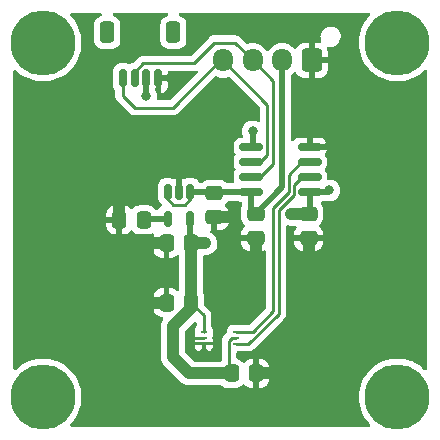
<source format=gtl>
%TF.GenerationSoftware,KiCad,Pcbnew,7.0.1-0*%
%TF.CreationDate,2023-04-01T23:00:14-04:00*%
%TF.ProjectId,Turbidometer,54757262-6964-46f6-9d65-7465722e6b69,rev?*%
%TF.SameCoordinates,Original*%
%TF.FileFunction,Copper,L1,Top*%
%TF.FilePolarity,Positive*%
%FSLAX46Y46*%
G04 Gerber Fmt 4.6, Leading zero omitted, Abs format (unit mm)*
G04 Created by KiCad (PCBNEW 7.0.1-0) date 2023-04-01 23:00:14*
%MOMM*%
%LPD*%
G01*
G04 APERTURE LIST*
G04 Aperture macros list*
%AMRoundRect*
0 Rectangle with rounded corners*
0 $1 Rounding radius*
0 $2 $3 $4 $5 $6 $7 $8 $9 X,Y pos of 4 corners*
0 Add a 4 corners polygon primitive as box body*
4,1,4,$2,$3,$4,$5,$6,$7,$8,$9,$2,$3,0*
0 Add four circle primitives for the rounded corners*
1,1,$1+$1,$2,$3*
1,1,$1+$1,$4,$5*
1,1,$1+$1,$6,$7*
1,1,$1+$1,$8,$9*
0 Add four rect primitives between the rounded corners*
20,1,$1+$1,$2,$3,$4,$5,0*
20,1,$1+$1,$4,$5,$6,$7,0*
20,1,$1+$1,$6,$7,$8,$9,0*
20,1,$1+$1,$8,$9,$2,$3,0*%
G04 Aperture macros list end*
%TA.AperFunction,SMDPad,CuDef*%
%ADD10RoundRect,0.150000X0.150000X0.625000X-0.150000X0.625000X-0.150000X-0.625000X0.150000X-0.625000X0*%
%TD*%
%TA.AperFunction,SMDPad,CuDef*%
%ADD11RoundRect,0.250000X0.350000X0.650000X-0.350000X0.650000X-0.350000X-0.650000X0.350000X-0.650000X0*%
%TD*%
%TA.AperFunction,ComponentPad*%
%ADD12C,5.500000*%
%TD*%
%TA.AperFunction,SMDPad,CuDef*%
%ADD13RoundRect,0.150000X0.825000X0.150000X-0.825000X0.150000X-0.825000X-0.150000X0.825000X-0.150000X0*%
%TD*%
%TA.AperFunction,SMDPad,CuDef*%
%ADD14RoundRect,0.250000X0.337500X0.475000X-0.337500X0.475000X-0.337500X-0.475000X0.337500X-0.475000X0*%
%TD*%
%TA.AperFunction,SMDPad,CuDef*%
%ADD15R,0.550000X0.250000*%
%TD*%
%TA.AperFunction,SMDPad,CuDef*%
%ADD16RoundRect,0.250000X-0.475000X0.337500X-0.475000X-0.337500X0.475000X-0.337500X0.475000X0.337500X0*%
%TD*%
%TA.AperFunction,SMDPad,CuDef*%
%ADD17RoundRect,0.250000X-0.337500X-0.475000X0.337500X-0.475000X0.337500X0.475000X-0.337500X0.475000X0*%
%TD*%
%TA.AperFunction,SMDPad,CuDef*%
%ADD18RoundRect,0.150000X-0.150000X0.512500X-0.150000X-0.512500X0.150000X-0.512500X0.150000X0.512500X0*%
%TD*%
%TA.AperFunction,ComponentPad*%
%ADD19RoundRect,0.250000X0.600000X0.725000X-0.600000X0.725000X-0.600000X-0.725000X0.600000X-0.725000X0*%
%TD*%
%TA.AperFunction,ComponentPad*%
%ADD20O,1.700000X1.950000*%
%TD*%
%TA.AperFunction,ViaPad*%
%ADD21C,0.800000*%
%TD*%
%TA.AperFunction,Conductor*%
%ADD22C,0.500000*%
%TD*%
%TA.AperFunction,Conductor*%
%ADD23C,0.250000*%
%TD*%
%TA.AperFunction,Conductor*%
%ADD24C,1.000000*%
%TD*%
G04 APERTURE END LIST*
D10*
%TO.P,J1,1,Pin_1*%
%TO.N,GND*%
X99750000Y-50500000D03*
%TO.P,J1,2,Pin_2*%
%TO.N,+3V3*%
X98750000Y-50500000D03*
%TO.P,J1,3,Pin_3*%
%TO.N,SDA-VCC*%
X97750000Y-50500000D03*
%TO.P,J1,4,Pin_4*%
%TO.N,SCL-VCC*%
X96750000Y-50500000D03*
D11*
%TO.P,J1,MP*%
%TO.N,N/C*%
X101050000Y-46625000D03*
X95450000Y-46625000D03*
%TD*%
D12*
%TO.P,H2,1*%
%TO.N,N/C*%
X120000000Y-47500000D03*
%TD*%
D13*
%TO.P,IC2,1,VL*%
%TO.N,+3V0*%
X112575000Y-60155000D03*
%TO.P,IC2,2,I/O_VL1*%
%TO.N,SDA*%
X112575000Y-58885000D03*
%TO.P,IC2,3,I/O_VL2*%
%TO.N,SCL*%
X112575000Y-57615000D03*
%TO.P,IC2,4,GND*%
%TO.N,GND*%
X112575000Y-56345000D03*
%TO.P,IC2,5,EN*%
%TO.N,+3V0*%
X107625000Y-56345000D03*
%TO.P,IC2,6,I/O_VCC2*%
%TO.N,SCL-VCC*%
X107625000Y-57615000D03*
%TO.P,IC2,7,I/O_VCC1*%
%TO.N,SDA-VCC*%
X107625000Y-58885000D03*
%TO.P,IC2,8,VCC*%
%TO.N,+3V3*%
X107625000Y-60155000D03*
%TD*%
D14*
%TO.P,C2,1*%
%TO.N,+3V0*%
X102537500Y-64500000D03*
%TO.P,C2,2*%
%TO.N,GND*%
X100462500Y-64500000D03*
%TD*%
D15*
%TO.P,IC1,1,VCC*%
%TO.N,+3V0*%
X103625000Y-72000000D03*
%TO.P,IC1,2,INT*%
%TO.N,GND*%
X103625000Y-72500000D03*
%TO.P,IC1,3,GND_*%
X103625000Y-73000000D03*
%TO.P,IC1,4,SDA*%
%TO.N,SDA*%
X106375000Y-73000000D03*
%TO.P,IC1,5,DVI_*%
%TO.N,+3V0*%
X106375000Y-72500000D03*
%TO.P,IC1,6,SCL*%
%TO.N,SCL*%
X106375000Y-72000000D03*
%TD*%
D12*
%TO.P,H1,1*%
%TO.N,N/C*%
X90000000Y-47500000D03*
%TD*%
D16*
%TO.P,C5,1*%
%TO.N,+3V3*%
X108000000Y-61962500D03*
%TO.P,C5,2*%
%TO.N,GND*%
X108000000Y-64037500D03*
%TD*%
%TO.P,C4,1*%
%TO.N,+3V0*%
X112500000Y-61962500D03*
%TO.P,C4,2*%
%TO.N,GND*%
X112500000Y-64037500D03*
%TD*%
D17*
%TO.P,C6,1*%
%TO.N,+3V0*%
X105962500Y-75500000D03*
%TO.P,C6,2*%
%TO.N,GND*%
X108037500Y-75500000D03*
%TD*%
D12*
%TO.P,H4,1*%
%TO.N,N/C*%
X120000000Y-77500000D03*
%TD*%
D14*
%TO.P,C7,1*%
%TO.N,+3V0*%
X102537500Y-69500000D03*
%TO.P,C7,2*%
%TO.N,GND*%
X100462500Y-69500000D03*
%TD*%
D18*
%TO.P,U1,1,VIN*%
%TO.N,+3V3*%
X102450000Y-60112500D03*
%TO.P,U1,2,GND*%
%TO.N,GND*%
X101500000Y-60112500D03*
%TO.P,U1,3,ON/~{OFF}*%
%TO.N,+3V3*%
X100550000Y-60112500D03*
%TO.P,U1,4,BP*%
%TO.N,Net-(U1-BP)*%
X100550000Y-62387500D03*
%TO.P,U1,5,VOUT*%
%TO.N,+3V0*%
X102450000Y-62387500D03*
%TD*%
D16*
%TO.P,C1,1*%
%TO.N,+3V3*%
X104500000Y-60212500D03*
%TO.P,C1,2*%
%TO.N,GND*%
X104500000Y-62287500D03*
%TD*%
D12*
%TO.P,H3,1*%
%TO.N,N/C*%
X90000000Y-77500000D03*
%TD*%
D19*
%TO.P,J2,1,Pin_1*%
%TO.N,GND*%
X112750000Y-49000000D03*
D20*
%TO.P,J2,2,Pin_2*%
%TO.N,+3V3*%
X110250000Y-49000000D03*
%TO.P,J2,3,Pin_3*%
%TO.N,SDA-VCC*%
X107750000Y-49000000D03*
%TO.P,J2,4,Pin_4*%
%TO.N,SCL-VCC*%
X105250000Y-49000000D03*
%TD*%
D14*
%TO.P,C3,1*%
%TO.N,Net-(U1-BP)*%
X98537500Y-62500000D03*
%TO.P,C3,2*%
%TO.N,GND*%
X96462500Y-62500000D03*
%TD*%
D21*
%TO.N,+3V3*%
X98750000Y-52000000D03*
%TO.N,GND*%
X103600000Y-73800000D03*
X89000000Y-62500000D03*
X105000000Y-78500000D03*
X89000000Y-52500000D03*
X109500000Y-75500000D03*
X105787500Y-62287500D03*
X99000000Y-64500000D03*
X95000000Y-78500000D03*
X121000000Y-55000000D03*
X99000000Y-69500000D03*
X102500000Y-78500000D03*
X112500000Y-65250000D03*
X100750000Y-50500000D03*
X115000000Y-78500000D03*
X105000000Y-67500000D03*
X121000000Y-70000000D03*
X107500000Y-78500000D03*
X105000000Y-70000000D03*
X97500000Y-78500000D03*
X108000000Y-65599500D03*
X107500000Y-70000000D03*
X96500000Y-61000000D03*
X102000000Y-50500000D03*
X101500000Y-58750000D03*
X89000000Y-57500000D03*
X112500000Y-78500000D03*
X107500000Y-67500000D03*
X102500000Y-72500000D03*
X121000000Y-67500000D03*
X121000000Y-57500000D03*
X114250000Y-56250000D03*
X110000000Y-78500000D03*
X121000000Y-62500000D03*
X100000000Y-78500000D03*
X121000000Y-60000000D03*
X121000000Y-72500000D03*
X89000000Y-55000000D03*
X89000000Y-60000000D03*
X89000000Y-67500000D03*
X89000000Y-72500000D03*
X89000000Y-70000000D03*
X89000000Y-65000000D03*
X121000000Y-52500000D03*
X104997882Y-65599500D03*
X121000000Y-65000000D03*
%TO.N,+3V0*%
X103750000Y-64500000D03*
X107750000Y-55000000D03*
X111000000Y-62000000D03*
X114250000Y-60000000D03*
%TD*%
D22*
%TO.N,+3V3*%
X107625000Y-61587500D02*
X108000000Y-61962500D01*
X107028972Y-60112500D02*
X102450000Y-60112500D01*
D23*
X100550000Y-60750000D02*
X100550000Y-60112500D01*
D22*
X98750000Y-52000000D02*
X98750000Y-50500000D01*
D23*
X101000000Y-61200000D02*
X100550000Y-60750000D01*
X102000000Y-61200000D02*
X101000000Y-61200000D01*
X102450000Y-60750000D02*
X102000000Y-61200000D01*
D22*
X110250000Y-59712500D02*
X108000000Y-61962500D01*
X107625000Y-60155000D02*
X107625000Y-61587500D01*
X110250000Y-49000000D02*
X110250000Y-59712500D01*
D23*
X102450000Y-60112500D02*
X102450000Y-60750000D01*
%TO.N,GND*%
X103625000Y-73000000D02*
X103625000Y-73775000D01*
D24*
X105787500Y-62287500D02*
X104500000Y-62287500D01*
X100462500Y-64500000D02*
X99000000Y-64500000D01*
X96462500Y-61037500D02*
X96500000Y-61000000D01*
X108037500Y-75500000D02*
X109500000Y-75500000D01*
D23*
X103625000Y-72500000D02*
X102500000Y-72500000D01*
D22*
X101500000Y-60112500D02*
X101500000Y-58750000D01*
D24*
X112500000Y-65250000D02*
X112500000Y-64037500D01*
D22*
X114155000Y-56345000D02*
X114250000Y-56250000D01*
X99750000Y-50500000D02*
X100750000Y-50500000D01*
D24*
X108000000Y-65599500D02*
X108000000Y-64037500D01*
D22*
X112575000Y-56345000D02*
X114155000Y-56345000D01*
D24*
X100462500Y-69500000D02*
X99000000Y-69500000D01*
D23*
X103625000Y-73775000D02*
X103600000Y-73800000D01*
D24*
X96462500Y-62500000D02*
X96462500Y-61037500D01*
%TO.N,+3V0*%
X102537500Y-64500000D02*
X103750000Y-64500000D01*
X111000000Y-62000000D02*
X112462500Y-62000000D01*
D22*
X112575000Y-60155000D02*
X114095000Y-60155000D01*
D24*
X102372182Y-75500000D02*
X105962500Y-75500000D01*
D23*
X106000000Y-72500000D02*
X105750000Y-72750000D01*
D24*
X101000000Y-74127818D02*
X102372182Y-75500000D01*
D23*
X103625000Y-70587500D02*
X102537500Y-69500000D01*
D24*
X102537500Y-69962500D02*
X101000000Y-71500000D01*
X101000000Y-71500000D02*
X101000000Y-74127818D01*
D22*
X107750000Y-55000000D02*
X107750000Y-56220000D01*
D23*
X105750000Y-72750000D02*
X105750000Y-75287500D01*
D22*
X107750000Y-56220000D02*
X107625000Y-56345000D01*
D24*
X102537500Y-69500000D02*
X102537500Y-69962500D01*
D22*
X114095000Y-60155000D02*
X114250000Y-60000000D01*
D23*
X106375000Y-72500000D02*
X106000000Y-72500000D01*
D24*
X102537500Y-64500000D02*
X102537500Y-69500000D01*
D22*
X112575000Y-60155000D02*
X112575000Y-61887500D01*
X102450000Y-62387500D02*
X102450000Y-64412500D01*
D23*
X103625000Y-72000000D02*
X103625000Y-70587500D01*
D22*
%TO.N,Net-(U1-BP)*%
X100550000Y-62387500D02*
X98650000Y-62387500D01*
D23*
%TO.N,SDA*%
X109950000Y-70436396D02*
X109950000Y-61686396D01*
X107386396Y-73000000D02*
X109950000Y-70436396D01*
X109950000Y-61686396D02*
X111275000Y-60361396D01*
X111275000Y-60361396D02*
X111275000Y-59512500D01*
X106375000Y-73000000D02*
X107386396Y-73000000D01*
X111275000Y-59512500D02*
X111902500Y-58885000D01*
%TO.N,SCL*%
X110825000Y-60175000D02*
X110825000Y-58675000D01*
X109500000Y-70250000D02*
X109500000Y-61500000D01*
X106375000Y-72000000D02*
X107750000Y-72000000D01*
X110825000Y-58675000D02*
X111885000Y-57615000D01*
X107750000Y-72000000D02*
X109500000Y-70250000D01*
X109500000Y-61500000D02*
X110825000Y-60175000D01*
%TO.N,SCL-VCC*%
X101000000Y-53000000D02*
X105000000Y-49000000D01*
X97750000Y-53000000D02*
X101000000Y-53000000D01*
X109000000Y-57000000D02*
X108385000Y-57615000D01*
X96750000Y-50500000D02*
X96750000Y-52000000D01*
X105250000Y-49000000D02*
X109000000Y-52750000D01*
X109000000Y-52750000D02*
X109000000Y-57000000D01*
X96750000Y-52000000D02*
X97750000Y-53000000D01*
%TO.N,SDA-VCC*%
X104500000Y-47500000D02*
X106250000Y-47500000D01*
X107750000Y-49000000D02*
X109500000Y-50750000D01*
X97750000Y-50000000D02*
X98500000Y-49250000D01*
X98500000Y-49250000D02*
X102750000Y-49250000D01*
X102750000Y-49250000D02*
X104500000Y-47500000D01*
X106250000Y-47500000D02*
X107750000Y-49000000D01*
X109500000Y-50750000D02*
X109500000Y-57750000D01*
X109500000Y-57750000D02*
X108365000Y-58885000D01*
%TD*%
%TA.AperFunction,Conductor*%
%TO.N,GND*%
G36*
X106494833Y-60880268D02*
G01*
X106539602Y-60906744D01*
X106697427Y-60952597D01*
X106697431Y-60952598D01*
X106734306Y-60955500D01*
X106750500Y-60955500D01*
X106812500Y-60972113D01*
X106857887Y-61017500D01*
X106874500Y-61079500D01*
X106874500Y-61214868D01*
X106856039Y-61279964D01*
X106840186Y-61305665D01*
X106785000Y-61472202D01*
X106774500Y-61574990D01*
X106774500Y-62350008D01*
X106785000Y-62452796D01*
X106840186Y-62619334D01*
X106932288Y-62768657D01*
X107056340Y-62892709D01*
X107056342Y-62892710D01*
X107056344Y-62892712D01*
X107059652Y-62894752D01*
X107102834Y-62939857D01*
X107118559Y-63000289D01*
X107102838Y-63060721D01*
X107059659Y-63105830D01*
X107056654Y-63107683D01*
X106932683Y-63231654D01*
X106840642Y-63380877D01*
X106785493Y-63547303D01*
X106775000Y-63650021D01*
X106775000Y-63787500D01*
X108126000Y-63787500D01*
X108188000Y-63804113D01*
X108233387Y-63849500D01*
X108250000Y-63911500D01*
X108250000Y-65124999D01*
X108524979Y-65124999D01*
X108627695Y-65114506D01*
X108711496Y-65086737D01*
X108769363Y-65081886D01*
X108823093Y-65103913D01*
X108860903Y-65147987D01*
X108874500Y-65204443D01*
X108874500Y-69939548D01*
X108865061Y-69987001D01*
X108838181Y-70027229D01*
X107527228Y-71338181D01*
X107487000Y-71365061D01*
X107439547Y-71374500D01*
X106052130Y-71374500D01*
X105992515Y-71380909D01*
X105857669Y-71431204D01*
X105742454Y-71517454D01*
X105656204Y-71632668D01*
X105605909Y-71767516D01*
X105599500Y-71827131D01*
X105599500Y-71958185D01*
X105592169Y-72000190D01*
X105571042Y-72037228D01*
X105540572Y-72074058D01*
X105532711Y-72082696D01*
X105366208Y-72249199D01*
X105350110Y-72262096D01*
X105302096Y-72313225D01*
X105299391Y-72316017D01*
X105279874Y-72335534D01*
X105277415Y-72338705D01*
X105269842Y-72347572D01*
X105239935Y-72379420D01*
X105230285Y-72396974D01*
X105219609Y-72413228D01*
X105207326Y-72429063D01*
X105189975Y-72469158D01*
X105184838Y-72479644D01*
X105163802Y-72517907D01*
X105158821Y-72537309D01*
X105152520Y-72555711D01*
X105144561Y-72574102D01*
X105137728Y-72617242D01*
X105135360Y-72628674D01*
X105124500Y-72670978D01*
X105124500Y-72691016D01*
X105122973Y-72710415D01*
X105119840Y-72730194D01*
X105123950Y-72773675D01*
X105124500Y-72785344D01*
X105124500Y-74375500D01*
X105107887Y-74437500D01*
X105062500Y-74482887D01*
X105000500Y-74499500D01*
X102837965Y-74499500D01*
X102790512Y-74490061D01*
X102750284Y-74463181D01*
X102036819Y-73749717D01*
X102009939Y-73709489D01*
X102000500Y-73662036D01*
X102000500Y-73125000D01*
X102850000Y-73125000D01*
X102850000Y-73172824D01*
X102856402Y-73232375D01*
X102906647Y-73367089D01*
X102992811Y-73482188D01*
X103107910Y-73568352D01*
X103242624Y-73618597D01*
X103302176Y-73625000D01*
X103500000Y-73625000D01*
X103500000Y-73125000D01*
X103750000Y-73125000D01*
X103750000Y-73625000D01*
X103947824Y-73625000D01*
X104007375Y-73618597D01*
X104142089Y-73568352D01*
X104257188Y-73482188D01*
X104343352Y-73367089D01*
X104393597Y-73232375D01*
X104400000Y-73172824D01*
X104400000Y-73125000D01*
X103750000Y-73125000D01*
X103500000Y-73125000D01*
X102850000Y-73125000D01*
X102000500Y-73125000D01*
X102000500Y-71965783D01*
X102009939Y-71918330D01*
X102036819Y-71878102D01*
X102787819Y-71127102D01*
X102837182Y-71096852D01*
X102894898Y-71092310D01*
X102948385Y-71114465D01*
X102985985Y-71158488D01*
X102999500Y-71214783D01*
X102999500Y-71466770D01*
X102993154Y-71505929D01*
X102974767Y-71541081D01*
X102906204Y-71632668D01*
X102855909Y-71767516D01*
X102849500Y-71827130D01*
X102849500Y-72172868D01*
X102849501Y-72172873D01*
X102855909Y-72232483D01*
X102855909Y-72232485D01*
X102856620Y-72239091D01*
X102856620Y-72265600D01*
X102850000Y-72327177D01*
X102850000Y-72375000D01*
X102850038Y-72375038D01*
X102905383Y-72388118D01*
X102949146Y-72424695D01*
X102950643Y-72426695D01*
X102974879Y-72489953D01*
X102962254Y-72556508D01*
X102916537Y-72606496D01*
X102851372Y-72625000D01*
X102850000Y-72625000D01*
X102850000Y-72672824D01*
X102856872Y-72736746D01*
X102856872Y-72763254D01*
X102850000Y-72827176D01*
X102850000Y-72875000D01*
X104400000Y-72875000D01*
X104400000Y-72827169D01*
X104393128Y-72763256D01*
X104393128Y-72736744D01*
X104400000Y-72672831D01*
X104400000Y-72625000D01*
X104398628Y-72625000D01*
X104333463Y-72606496D01*
X104287746Y-72556508D01*
X104275121Y-72489953D01*
X104299357Y-72426695D01*
X104300854Y-72424695D01*
X104344617Y-72388118D01*
X104399961Y-72375038D01*
X104400000Y-72375000D01*
X104400000Y-72327169D01*
X104393380Y-72265598D01*
X104393380Y-72239084D01*
X104394089Y-72232487D01*
X104394091Y-72232483D01*
X104400500Y-72172873D01*
X104400499Y-71827128D01*
X104394091Y-71767517D01*
X104343796Y-71632669D01*
X104275232Y-71541080D01*
X104256846Y-71505929D01*
X104250500Y-71466770D01*
X104250500Y-70670240D01*
X104252763Y-70649736D01*
X104250561Y-70579644D01*
X104250500Y-70575750D01*
X104250500Y-70548157D01*
X104250500Y-70548150D01*
X104249995Y-70544153D01*
X104249080Y-70532523D01*
X104247709Y-70488873D01*
X104242120Y-70469640D01*
X104238174Y-70450582D01*
X104235664Y-70430708D01*
X104219588Y-70390106D01*
X104215804Y-70379052D01*
X104203619Y-70337113D01*
X104203618Y-70337112D01*
X104203618Y-70337110D01*
X104193417Y-70319861D01*
X104184860Y-70302395D01*
X104177486Y-70283768D01*
X104151813Y-70248432D01*
X104145402Y-70238672D01*
X104123169Y-70201078D01*
X104109006Y-70186915D01*
X104096369Y-70172120D01*
X104084595Y-70155914D01*
X104084594Y-70155913D01*
X104050935Y-70128068D01*
X104042305Y-70120214D01*
X103661818Y-69739727D01*
X103634938Y-69699499D01*
X103625499Y-69652046D01*
X103625499Y-68974991D01*
X103614999Y-68872203D01*
X103559813Y-68705664D01*
X103556461Y-68700229D01*
X103538000Y-68635133D01*
X103538000Y-65624500D01*
X103554613Y-65562500D01*
X103600000Y-65517113D01*
X103662000Y-65500500D01*
X103800740Y-65500500D01*
X103800742Y-65500500D01*
X103952438Y-65485074D01*
X104146588Y-65424159D01*
X104324502Y-65325409D01*
X104478895Y-65192866D01*
X104603448Y-65031958D01*
X104693060Y-64849271D01*
X104744063Y-64652285D01*
X104754369Y-64449064D01*
X104750679Y-64424979D01*
X104729618Y-64287500D01*
X106775001Y-64287500D01*
X106775001Y-64424979D01*
X106785493Y-64527695D01*
X106840642Y-64694122D01*
X106932683Y-64843345D01*
X107056654Y-64967316D01*
X107205877Y-65059357D01*
X107372303Y-65114506D01*
X107475021Y-65125000D01*
X107750000Y-65125000D01*
X107750000Y-64287500D01*
X106775001Y-64287500D01*
X104729618Y-64287500D01*
X104723556Y-64247928D01*
X104652886Y-64057113D01*
X104545254Y-63884431D01*
X104512049Y-63849500D01*
X104405059Y-63736947D01*
X104238049Y-63620705D01*
X104219977Y-63612949D01*
X104167828Y-63570865D01*
X104145192Y-63507789D01*
X104158682Y-63442146D01*
X104204358Y-63393109D01*
X104242633Y-63382366D01*
X104250000Y-63375000D01*
X104250000Y-62537500D01*
X104750000Y-62537500D01*
X104750000Y-63374999D01*
X105024979Y-63374999D01*
X105127695Y-63364506D01*
X105294122Y-63309357D01*
X105443345Y-63217316D01*
X105567316Y-63093345D01*
X105659357Y-62944122D01*
X105714506Y-62777696D01*
X105725000Y-62674979D01*
X105725000Y-62537500D01*
X104750000Y-62537500D01*
X104250000Y-62537500D01*
X104250000Y-62161500D01*
X104266613Y-62099500D01*
X104312000Y-62054113D01*
X104374000Y-62037500D01*
X105724999Y-62037500D01*
X105724999Y-61900021D01*
X105714506Y-61797304D01*
X105659357Y-61630877D01*
X105567316Y-61481654D01*
X105443344Y-61357682D01*
X105440343Y-61355831D01*
X105397161Y-61310723D01*
X105381440Y-61250289D01*
X105397166Y-61189856D01*
X105440347Y-61144752D01*
X105443656Y-61142712D01*
X105567712Y-61018656D01*
X105608457Y-60952597D01*
X105627389Y-60921904D01*
X105672496Y-60878723D01*
X105732928Y-60863000D01*
X106431712Y-60863000D01*
X106494833Y-60880268D01*
G37*
%TD.AperFunction*%
%TA.AperFunction,Conductor*%
G36*
X103053140Y-49874792D02*
G01*
X103089894Y-49930742D01*
X103092208Y-49997645D01*
X103059406Y-50056001D01*
X100777228Y-52338181D01*
X100737000Y-52365061D01*
X100689547Y-52374500D01*
X99745831Y-52374500D01*
X99689536Y-52360985D01*
X99645513Y-52323386D01*
X99623358Y-52269899D01*
X99627900Y-52212183D01*
X99635673Y-52188259D01*
X99635672Y-52188259D01*
X99635674Y-52188256D01*
X99655460Y-52000000D01*
X99635674Y-51811744D01*
X99577179Y-51631716D01*
X99577179Y-51631715D01*
X99517113Y-51527678D01*
X99500500Y-51465678D01*
X99500500Y-51407327D01*
X99505424Y-51372732D01*
X99547597Y-51227572D01*
X99547596Y-51227572D01*
X99547598Y-51227569D01*
X99550500Y-51190694D01*
X99550500Y-50750000D01*
X100000000Y-50750000D01*
X100000000Y-51772295D01*
X100002488Y-51772099D01*
X100160200Y-51726280D01*
X100301557Y-51642682D01*
X100417682Y-51526557D01*
X100501282Y-51385197D01*
X100547099Y-51227493D01*
X100550000Y-51190639D01*
X100550000Y-50750000D01*
X100000000Y-50750000D01*
X99550500Y-50750000D01*
X99550500Y-50374000D01*
X99567113Y-50312000D01*
X99612500Y-50266613D01*
X99674500Y-50250000D01*
X100550000Y-50250000D01*
X100550000Y-49999500D01*
X100566613Y-49937500D01*
X100612000Y-49892113D01*
X100674000Y-49875500D01*
X102667256Y-49875500D01*
X102687762Y-49877764D01*
X102690665Y-49877672D01*
X102690667Y-49877673D01*
X102757872Y-49875561D01*
X102761768Y-49875500D01*
X102789349Y-49875500D01*
X102789350Y-49875500D01*
X102793319Y-49874998D01*
X102804965Y-49874080D01*
X102848627Y-49872709D01*
X102867859Y-49867120D01*
X102886918Y-49863174D01*
X102893196Y-49862381D01*
X102906792Y-49860664D01*
X102926075Y-49853028D01*
X102992658Y-49846100D01*
X103053140Y-49874792D01*
G37*
%TD.AperFunction*%
%TA.AperFunction,Conductor*%
G36*
X94954286Y-45019226D02*
G01*
X95000040Y-45070942D01*
X95011041Y-45139111D01*
X94983876Y-45202595D01*
X94926969Y-45241706D01*
X94780665Y-45290186D01*
X94631342Y-45382288D01*
X94507288Y-45506342D01*
X94415186Y-45655665D01*
X94360000Y-45822202D01*
X94349500Y-45924990D01*
X94349500Y-47325008D01*
X94360000Y-47427796D01*
X94415186Y-47594334D01*
X94507288Y-47743657D01*
X94631342Y-47867711D01*
X94631344Y-47867712D01*
X94780666Y-47959814D01*
X94853860Y-47984068D01*
X94947202Y-48014999D01*
X94957702Y-48016071D01*
X95049991Y-48025500D01*
X95850008Y-48025499D01*
X95952797Y-48014999D01*
X96119334Y-47959814D01*
X96268656Y-47867712D01*
X96392712Y-47743656D01*
X96484814Y-47594334D01*
X96539999Y-47427797D01*
X96550500Y-47325009D01*
X96550499Y-45924992D01*
X96539999Y-45822203D01*
X96484814Y-45655666D01*
X96392712Y-45506344D01*
X96392711Y-45506342D01*
X96268657Y-45382288D01*
X96119334Y-45290186D01*
X95973032Y-45241706D01*
X95916125Y-45202595D01*
X95888960Y-45139111D01*
X95899961Y-45070942D01*
X95945715Y-45019226D01*
X96012036Y-45000000D01*
X100487965Y-45000000D01*
X100554286Y-45019226D01*
X100600040Y-45070942D01*
X100611041Y-45139111D01*
X100583876Y-45202595D01*
X100526969Y-45241706D01*
X100380665Y-45290186D01*
X100231342Y-45382288D01*
X100107288Y-45506342D01*
X100015186Y-45655665D01*
X99960000Y-45822202D01*
X99949500Y-45924990D01*
X99949500Y-47325008D01*
X99960000Y-47427796D01*
X100015186Y-47594334D01*
X100107288Y-47743657D01*
X100231342Y-47867711D01*
X100231344Y-47867712D01*
X100380666Y-47959814D01*
X100453860Y-47984068D01*
X100547202Y-48014999D01*
X100557702Y-48016071D01*
X100649991Y-48025500D01*
X101450008Y-48025499D01*
X101552797Y-48014999D01*
X101719334Y-47959814D01*
X101868656Y-47867712D01*
X101992712Y-47743656D01*
X102084814Y-47594334D01*
X102139999Y-47427797D01*
X102150500Y-47325009D01*
X102150499Y-45924992D01*
X102139999Y-45822203D01*
X102084814Y-45655666D01*
X101992712Y-45506344D01*
X101992711Y-45506342D01*
X101868657Y-45382288D01*
X101719334Y-45290186D01*
X101573032Y-45241706D01*
X101516125Y-45202595D01*
X101488960Y-45139111D01*
X101499961Y-45070942D01*
X101545715Y-45019226D01*
X101612036Y-45000000D01*
X117601373Y-45000000D01*
X117658265Y-45013822D01*
X117702475Y-45052206D01*
X117724145Y-45106595D01*
X117718446Y-45164864D01*
X117686648Y-45214023D01*
X117636686Y-45261349D01*
X117408496Y-45529995D01*
X117210695Y-45821728D01*
X117045592Y-46133144D01*
X116915127Y-46460586D01*
X116820833Y-46800204D01*
X116763808Y-47148049D01*
X116744725Y-47499999D01*
X116763808Y-47851950D01*
X116820833Y-48199795D01*
X116915127Y-48539413D01*
X117045592Y-48866855D01*
X117210695Y-49178271D01*
X117334188Y-49360408D01*
X117408499Y-49470008D01*
X117579595Y-49671437D01*
X117636686Y-49738650D01*
X117892578Y-49981045D01*
X118132588Y-50163495D01*
X118173182Y-50194354D01*
X118475202Y-50376074D01*
X118795099Y-50524074D01*
X119044252Y-50608023D01*
X119129121Y-50636619D01*
X119204893Y-50653297D01*
X119473355Y-50712391D01*
X119785652Y-50746355D01*
X119823762Y-50750500D01*
X119823763Y-50750500D01*
X120176237Y-50750500D01*
X120176238Y-50750500D01*
X120210608Y-50746761D01*
X120526645Y-50712391D01*
X120870878Y-50636619D01*
X121204901Y-50524074D01*
X121524798Y-50376074D01*
X121826818Y-50194354D01*
X122107420Y-49981046D01*
X122290725Y-49807409D01*
X122340246Y-49778701D01*
X122397385Y-49775292D01*
X122449968Y-49797911D01*
X122486788Y-49841738D01*
X122500000Y-49897434D01*
X122500000Y-75102566D01*
X122486788Y-75158262D01*
X122449968Y-75202089D01*
X122397385Y-75224708D01*
X122340246Y-75221299D01*
X122290725Y-75192590D01*
X122195688Y-75102566D01*
X122107420Y-75018954D01*
X122049589Y-74974992D01*
X121826817Y-74805645D01*
X121524795Y-74623924D01*
X121204903Y-74475927D01*
X121204901Y-74475926D01*
X121122758Y-74448249D01*
X120870878Y-74363380D01*
X120526645Y-74287609D01*
X120176238Y-74249500D01*
X120176237Y-74249500D01*
X119823763Y-74249500D01*
X119823762Y-74249500D01*
X119473354Y-74287609D01*
X119129121Y-74363380D01*
X118795096Y-74475927D01*
X118475204Y-74623924D01*
X118173182Y-74805645D01*
X117892578Y-75018954D01*
X117636686Y-75261349D01*
X117408496Y-75529995D01*
X117210695Y-75821728D01*
X117045592Y-76133144D01*
X116915127Y-76460586D01*
X116820833Y-76800204D01*
X116763808Y-77148049D01*
X116744725Y-77500000D01*
X116763808Y-77851950D01*
X116820833Y-78199795D01*
X116915127Y-78539413D01*
X117045592Y-78866855D01*
X117210695Y-79178271D01*
X117408496Y-79470004D01*
X117636686Y-79738650D01*
X117686648Y-79785977D01*
X117718446Y-79835136D01*
X117724145Y-79893405D01*
X117702475Y-79947794D01*
X117658265Y-79986178D01*
X117601373Y-80000000D01*
X92398627Y-80000000D01*
X92341735Y-79986178D01*
X92297525Y-79947794D01*
X92275855Y-79893405D01*
X92281554Y-79835136D01*
X92313352Y-79785977D01*
X92328591Y-79771541D01*
X92363314Y-79738650D01*
X92591501Y-79470008D01*
X92789305Y-79178269D01*
X92954407Y-78866855D01*
X93084872Y-78539413D01*
X93179166Y-78199795D01*
X93179165Y-78199795D01*
X93179168Y-78199788D01*
X93236191Y-77851957D01*
X93255274Y-77500000D01*
X93236191Y-77148043D01*
X93179168Y-76800212D01*
X93179166Y-76800204D01*
X93084872Y-76460586D01*
X92954407Y-76133144D01*
X92789304Y-75821728D01*
X92591503Y-75529995D01*
X92591501Y-75529992D01*
X92363314Y-75261350D01*
X92290725Y-75192590D01*
X92107421Y-75018954D01*
X91826817Y-74805645D01*
X91524795Y-74623924D01*
X91204903Y-74475927D01*
X91204901Y-74475926D01*
X91122758Y-74448249D01*
X90870878Y-74363380D01*
X90526645Y-74287609D01*
X90176238Y-74249500D01*
X90176237Y-74249500D01*
X89823763Y-74249500D01*
X89823762Y-74249500D01*
X89473354Y-74287609D01*
X89129121Y-74363380D01*
X88795096Y-74475927D01*
X88475204Y-74623924D01*
X88173182Y-74805645D01*
X87892584Y-75018950D01*
X87709275Y-75192590D01*
X87659754Y-75221299D01*
X87602615Y-75224708D01*
X87550032Y-75202089D01*
X87513212Y-75158262D01*
X87500000Y-75102566D01*
X87500000Y-69250000D01*
X99375000Y-69250000D01*
X100212500Y-69250000D01*
X100212500Y-68275001D01*
X100075021Y-68275001D01*
X99972304Y-68285493D01*
X99805877Y-68340642D01*
X99656654Y-68432683D01*
X99532683Y-68556654D01*
X99440642Y-68705877D01*
X99385493Y-68872303D01*
X99375000Y-68975021D01*
X99375000Y-69250000D01*
X87500000Y-69250000D01*
X87500000Y-64750000D01*
X99375001Y-64750000D01*
X99375001Y-65024979D01*
X99385493Y-65127695D01*
X99440642Y-65294122D01*
X99532683Y-65443345D01*
X99656654Y-65567316D01*
X99805877Y-65659357D01*
X99972303Y-65714506D01*
X100075021Y-65725000D01*
X100212500Y-65725000D01*
X100212500Y-64750000D01*
X99375001Y-64750000D01*
X87500000Y-64750000D01*
X87500000Y-62750000D01*
X95375001Y-62750000D01*
X95375001Y-63024979D01*
X95385493Y-63127695D01*
X95440642Y-63294122D01*
X95532683Y-63443345D01*
X95656654Y-63567316D01*
X95805877Y-63659357D01*
X95972303Y-63714506D01*
X96075021Y-63725000D01*
X96212500Y-63725000D01*
X96212500Y-62750000D01*
X95375001Y-62750000D01*
X87500000Y-62750000D01*
X87500000Y-62250000D01*
X95375000Y-62250000D01*
X96212500Y-62250000D01*
X96212500Y-61275001D01*
X96075021Y-61275001D01*
X95972304Y-61285493D01*
X95805877Y-61340642D01*
X95656654Y-61432683D01*
X95532683Y-61556654D01*
X95440642Y-61705877D01*
X95385493Y-61872303D01*
X95375000Y-61975021D01*
X95375000Y-62250000D01*
X87500000Y-62250000D01*
X87500000Y-51190692D01*
X95949500Y-51190692D01*
X95952402Y-51227572D01*
X95998255Y-51385397D01*
X96081919Y-51526865D01*
X96088181Y-51533127D01*
X96115061Y-51573355D01*
X96124500Y-51620808D01*
X96124500Y-51917256D01*
X96122235Y-51937762D01*
X96124439Y-52007873D01*
X96124500Y-52011768D01*
X96124500Y-52039349D01*
X96125003Y-52043334D01*
X96125918Y-52054967D01*
X96127290Y-52098626D01*
X96132879Y-52117860D01*
X96136825Y-52136916D01*
X96139335Y-52156792D01*
X96155414Y-52197404D01*
X96159197Y-52208451D01*
X96171382Y-52250391D01*
X96181580Y-52267635D01*
X96190136Y-52285100D01*
X96197514Y-52303732D01*
X96197515Y-52303733D01*
X96223180Y-52339059D01*
X96229593Y-52348822D01*
X96251826Y-52386416D01*
X96251829Y-52386419D01*
X96251830Y-52386420D01*
X96265995Y-52400585D01*
X96278627Y-52415375D01*
X96290406Y-52431587D01*
X96324058Y-52459426D01*
X96332699Y-52467289D01*
X97249197Y-53383787D01*
X97262098Y-53399889D01*
X97264212Y-53401874D01*
X97264214Y-53401877D01*
X97311561Y-53446339D01*
X97313240Y-53447916D01*
X97316036Y-53450626D01*
X97335530Y-53470120D01*
X97338704Y-53472582D01*
X97347568Y-53480153D01*
X97379418Y-53510062D01*
X97389914Y-53515832D01*
X97396974Y-53519714D01*
X97413231Y-53530392D01*
X97429064Y-53542674D01*
X97445185Y-53549649D01*
X97469156Y-53560023D01*
X97479643Y-53565160D01*
X97517908Y-53586197D01*
X97537316Y-53591180D01*
X97555710Y-53597478D01*
X97574105Y-53605438D01*
X97617254Y-53612271D01*
X97628680Y-53614638D01*
X97644222Y-53618629D01*
X97670980Y-53625500D01*
X97670981Y-53625500D01*
X97691016Y-53625500D01*
X97710413Y-53627026D01*
X97730196Y-53630160D01*
X97773674Y-53626050D01*
X97785344Y-53625500D01*
X100917256Y-53625500D01*
X100937762Y-53627764D01*
X100940665Y-53627672D01*
X100940667Y-53627673D01*
X101007872Y-53625561D01*
X101011768Y-53625500D01*
X101039349Y-53625500D01*
X101039350Y-53625500D01*
X101043319Y-53624998D01*
X101054965Y-53624080D01*
X101098627Y-53622709D01*
X101117859Y-53617120D01*
X101136918Y-53613174D01*
X101144091Y-53612268D01*
X101156792Y-53610664D01*
X101197407Y-53594582D01*
X101208444Y-53590803D01*
X101250390Y-53578618D01*
X101267629Y-53568422D01*
X101285102Y-53559862D01*
X101303732Y-53552486D01*
X101339064Y-53526814D01*
X101348830Y-53520400D01*
X101386418Y-53498171D01*
X101386417Y-53498171D01*
X101386420Y-53498170D01*
X101400585Y-53484004D01*
X101415373Y-53471373D01*
X101431587Y-53459594D01*
X101459438Y-53425926D01*
X101467279Y-53417309D01*
X104519904Y-50364684D01*
X104561802Y-50337128D01*
X104611190Y-50328419D01*
X104659987Y-50339984D01*
X104786337Y-50398903D01*
X105014592Y-50460063D01*
X105250000Y-50480659D01*
X105485408Y-50460063D01*
X105684459Y-50406728D01*
X105748645Y-50406728D01*
X105804232Y-50438822D01*
X108338181Y-52972772D01*
X108365061Y-53013000D01*
X108374500Y-53060453D01*
X108374500Y-54101382D01*
X108359473Y-54160550D01*
X108318035Y-54205377D01*
X108260229Y-54225000D01*
X108200064Y-54214662D01*
X108078528Y-54160550D01*
X108029803Y-54138856D01*
X108029802Y-54138855D01*
X108029798Y-54138854D01*
X107844648Y-54099500D01*
X107844646Y-54099500D01*
X107655354Y-54099500D01*
X107655352Y-54099500D01*
X107470197Y-54138855D01*
X107297269Y-54215848D01*
X107144129Y-54327110D01*
X107017466Y-54467783D01*
X106922820Y-54631715D01*
X106864326Y-54811742D01*
X106844540Y-55000000D01*
X106864326Y-55188257D01*
X106926848Y-55380679D01*
X106923412Y-55381795D01*
X106933785Y-55420489D01*
X106917176Y-55482494D01*
X106871788Y-55527885D01*
X106809785Y-55544500D01*
X106734306Y-55544500D01*
X106722014Y-55545467D01*
X106697427Y-55547402D01*
X106539602Y-55593255D01*
X106398134Y-55676919D01*
X106281919Y-55793134D01*
X106198255Y-55934602D01*
X106152402Y-56092427D01*
X106149500Y-56129308D01*
X106149500Y-56560692D01*
X106152402Y-56597572D01*
X106198255Y-56755397D01*
X106289893Y-56910348D01*
X106288319Y-56911278D01*
X106309467Y-56947906D01*
X106309467Y-57012094D01*
X106288319Y-57048721D01*
X106289893Y-57049652D01*
X106198255Y-57204602D01*
X106152402Y-57362427D01*
X106149500Y-57399308D01*
X106149500Y-57830692D01*
X106152402Y-57867572D01*
X106198255Y-58025397D01*
X106289893Y-58180348D01*
X106288319Y-58181278D01*
X106309467Y-58217906D01*
X106309467Y-58282094D01*
X106288319Y-58318721D01*
X106289893Y-58319652D01*
X106198255Y-58474602D01*
X106152402Y-58632427D01*
X106149500Y-58669308D01*
X106149500Y-59100692D01*
X106152402Y-59137570D01*
X106171529Y-59203404D01*
X106174435Y-59260277D01*
X106151614Y-59312452D01*
X106107878Y-59348923D01*
X106052453Y-59362000D01*
X105574730Y-59362000D01*
X105527277Y-59352561D01*
X105487048Y-59325680D01*
X105443656Y-59282288D01*
X105294334Y-59190186D01*
X105127797Y-59135000D01*
X105025009Y-59124500D01*
X103974991Y-59124500D01*
X103872203Y-59135000D01*
X103705665Y-59190186D01*
X103556343Y-59282288D01*
X103512952Y-59325680D01*
X103472723Y-59352561D01*
X103425270Y-59362000D01*
X103285718Y-59362000D01*
X103224281Y-59345710D01*
X103178986Y-59301121D01*
X103175601Y-59295398D01*
X103118081Y-59198135D01*
X103001865Y-59081919D01*
X102927600Y-59037999D01*
X102860397Y-58998255D01*
X102702572Y-58952402D01*
X102680444Y-58950660D01*
X102665694Y-58949500D01*
X102234306Y-58949500D01*
X102222014Y-58950467D01*
X102197427Y-58952402D01*
X102039602Y-58998255D01*
X102037627Y-58999424D01*
X101974508Y-59016690D01*
X101911389Y-58999423D01*
X101910195Y-58998717D01*
X101752492Y-58952900D01*
X101750000Y-58952704D01*
X101750000Y-59218185D01*
X101732732Y-59281306D01*
X101698255Y-59339602D01*
X101652402Y-59497427D01*
X101649500Y-59534308D01*
X101649500Y-60238500D01*
X101632887Y-60300500D01*
X101587500Y-60345887D01*
X101525500Y-60362500D01*
X101474500Y-60362500D01*
X101412500Y-60345887D01*
X101367113Y-60300500D01*
X101350500Y-60238500D01*
X101350500Y-59534308D01*
X101349374Y-59520000D01*
X101347598Y-59497431D01*
X101338984Y-59467783D01*
X101301744Y-59339602D01*
X101267268Y-59281306D01*
X101250000Y-59218185D01*
X101250000Y-58952705D01*
X101249999Y-58952704D01*
X101247507Y-58952900D01*
X101089800Y-58998718D01*
X101088602Y-58999427D01*
X101025486Y-59016689D01*
X100962371Y-58999422D01*
X100960399Y-58998255D01*
X100802572Y-58952402D01*
X100780444Y-58950660D01*
X100765694Y-58949500D01*
X100334306Y-58949500D01*
X100322014Y-58950467D01*
X100297427Y-58952402D01*
X100139602Y-58998255D01*
X99998134Y-59081919D01*
X99881919Y-59198134D01*
X99798255Y-59339602D01*
X99752402Y-59497427D01*
X99749500Y-59534308D01*
X99749500Y-60690692D01*
X99752402Y-60727572D01*
X99798255Y-60885397D01*
X99837997Y-60952597D01*
X99881919Y-61026865D01*
X99998135Y-61143081D01*
X99998448Y-61143266D01*
X100006577Y-61151523D01*
X100009212Y-61154158D01*
X100009191Y-61154178D01*
X100043037Y-61188557D01*
X100059330Y-61249992D01*
X100043044Y-61311429D01*
X100009192Y-61345822D01*
X100009212Y-61345842D01*
X100006713Y-61348340D01*
X99998459Y-61356727D01*
X99998135Y-61356918D01*
X99881919Y-61473134D01*
X99848776Y-61529175D01*
X99821682Y-61574992D01*
X99821014Y-61576121D01*
X99775719Y-61620710D01*
X99714282Y-61637000D01*
X99586668Y-61637000D01*
X99526236Y-61621277D01*
X99481129Y-61578096D01*
X99467711Y-61556342D01*
X99343657Y-61432288D01*
X99194334Y-61340186D01*
X99027797Y-61285000D01*
X98925009Y-61274500D01*
X98149991Y-61274500D01*
X98047203Y-61285000D01*
X97880665Y-61340186D01*
X97731342Y-61432288D01*
X97607286Y-61556344D01*
X97605242Y-61559659D01*
X97560135Y-61602837D01*
X97499704Y-61618558D01*
X97439274Y-61602835D01*
X97394168Y-61559656D01*
X97392316Y-61556654D01*
X97268345Y-61432683D01*
X97119122Y-61340642D01*
X96952696Y-61285493D01*
X96849979Y-61275000D01*
X96712500Y-61275000D01*
X96712500Y-63724999D01*
X96849979Y-63724999D01*
X96952695Y-63714506D01*
X97119122Y-63659357D01*
X97268345Y-63567316D01*
X97392313Y-63443348D01*
X97394164Y-63440348D01*
X97439271Y-63397164D01*
X97499704Y-63381440D01*
X97560138Y-63397163D01*
X97605246Y-63440345D01*
X97607290Y-63443659D01*
X97731342Y-63567711D01*
X97731344Y-63567712D01*
X97880666Y-63659814D01*
X97992017Y-63696712D01*
X98047202Y-63714999D01*
X98057703Y-63716071D01*
X98149991Y-63725500D01*
X98925008Y-63725499D01*
X99027797Y-63714999D01*
X99194334Y-63659814D01*
X99233137Y-63635879D01*
X99290304Y-63617672D01*
X99349328Y-63628434D01*
X99396390Y-63665646D01*
X99420473Y-63720596D01*
X99415940Y-63780422D01*
X99385493Y-63872303D01*
X99375000Y-63975021D01*
X99375000Y-64250000D01*
X100588500Y-64250000D01*
X100650500Y-64266613D01*
X100695887Y-64312000D01*
X100712500Y-64374000D01*
X100712500Y-65724999D01*
X100849979Y-65724999D01*
X100952695Y-65714506D01*
X101119122Y-65659357D01*
X101268345Y-65567316D01*
X101325319Y-65510343D01*
X101374682Y-65480093D01*
X101432398Y-65475551D01*
X101485885Y-65497706D01*
X101523485Y-65541729D01*
X101537000Y-65598024D01*
X101537000Y-68401976D01*
X101523485Y-68458271D01*
X101485885Y-68502294D01*
X101432398Y-68524449D01*
X101374682Y-68519907D01*
X101325319Y-68489657D01*
X101268345Y-68432683D01*
X101119122Y-68340642D01*
X100952696Y-68285493D01*
X100849979Y-68275000D01*
X100712500Y-68275000D01*
X100712500Y-69626000D01*
X100695887Y-69688000D01*
X100650500Y-69733387D01*
X100588500Y-69750000D01*
X99375001Y-69750000D01*
X99375001Y-70024979D01*
X99385493Y-70127695D01*
X99440642Y-70294122D01*
X99532683Y-70443345D01*
X99656654Y-70567316D01*
X99805877Y-70659357D01*
X99972303Y-70714506D01*
X100075015Y-70724999D01*
X100079870Y-70724999D01*
X100146130Y-70744180D01*
X100191888Y-70795798D01*
X100202985Y-70863880D01*
X100175985Y-70927357D01*
X100160301Y-70946593D01*
X100146210Y-70973566D01*
X100138082Y-70986983D01*
X100120705Y-71011950D01*
X100097439Y-71066165D01*
X100093399Y-71074671D01*
X100066090Y-71126952D01*
X100057720Y-71156201D01*
X100052459Y-71170978D01*
X100040460Y-71198942D01*
X100028587Y-71256713D01*
X100026342Y-71265860D01*
X100010113Y-71322580D01*
X100007802Y-71352925D01*
X100005622Y-71368466D01*
X99999500Y-71398259D01*
X99999500Y-71457242D01*
X99999141Y-71466656D01*
X99996152Y-71505929D01*
X99994663Y-71525477D01*
X99998506Y-71555651D01*
X99999500Y-71571317D01*
X99999500Y-74113539D01*
X99999460Y-74116681D01*
X99997242Y-74204180D01*
X100007648Y-74262238D01*
X100008957Y-74271567D01*
X100014926Y-74330256D01*
X100024033Y-74359285D01*
X100027772Y-74374520D01*
X100033141Y-74404470D01*
X100055020Y-74459243D01*
X100058180Y-74468118D01*
X100075841Y-74524406D01*
X100090607Y-74551009D01*
X100097337Y-74565182D01*
X100108622Y-74593435D01*
X100141080Y-74642685D01*
X100145961Y-74650741D01*
X100174590Y-74702319D01*
X100194404Y-74725399D01*
X100203856Y-74737934D01*
X100220599Y-74763338D01*
X100262300Y-74805039D01*
X100268705Y-74811950D01*
X100307130Y-74856709D01*
X100307131Y-74856710D01*
X100307134Y-74856713D01*
X100331198Y-74875340D01*
X100342968Y-74885707D01*
X101654632Y-76197371D01*
X101656825Y-76199620D01*
X101717124Y-76263054D01*
X101765531Y-76296746D01*
X101773051Y-76302415D01*
X101818774Y-76339698D01*
X101845747Y-76353787D01*
X101859165Y-76361917D01*
X101884133Y-76379295D01*
X101925766Y-76397161D01*
X101938333Y-76402554D01*
X101946843Y-76406596D01*
X101999129Y-76433907D01*
X101999133Y-76433909D01*
X102028382Y-76442277D01*
X102043152Y-76447535D01*
X102071124Y-76459540D01*
X102071127Y-76459540D01*
X102071128Y-76459541D01*
X102128908Y-76471414D01*
X102138051Y-76473657D01*
X102194764Y-76489886D01*
X102225102Y-76492196D01*
X102240630Y-76494373D01*
X102270441Y-76500500D01*
X102329426Y-76500500D01*
X102338841Y-76500858D01*
X102342988Y-76501173D01*
X102397658Y-76505337D01*
X102424460Y-76501923D01*
X102427834Y-76501494D01*
X102443499Y-76500500D01*
X105037770Y-76500500D01*
X105085223Y-76509939D01*
X105125451Y-76536819D01*
X105156344Y-76567712D01*
X105305666Y-76659814D01*
X105417016Y-76696712D01*
X105472202Y-76714999D01*
X105482702Y-76716071D01*
X105574991Y-76725500D01*
X106350008Y-76725499D01*
X106452797Y-76714999D01*
X106619334Y-76659814D01*
X106768656Y-76567712D01*
X106892712Y-76443656D01*
X106894752Y-76440347D01*
X106939856Y-76397166D01*
X107000289Y-76381440D01*
X107060723Y-76397161D01*
X107105831Y-76440343D01*
X107107682Y-76443344D01*
X107231654Y-76567316D01*
X107380877Y-76659357D01*
X107547303Y-76714506D01*
X107650021Y-76725000D01*
X107787500Y-76725000D01*
X107787500Y-75750000D01*
X108287500Y-75750000D01*
X108287500Y-76724999D01*
X108424979Y-76724999D01*
X108527695Y-76714506D01*
X108694122Y-76659357D01*
X108843345Y-76567316D01*
X108967316Y-76443345D01*
X109059357Y-76294122D01*
X109114506Y-76127696D01*
X109125000Y-76024979D01*
X109125000Y-75750000D01*
X108287500Y-75750000D01*
X107787500Y-75750000D01*
X107787500Y-74275001D01*
X107650021Y-74275001D01*
X107547304Y-74285493D01*
X107380877Y-74340642D01*
X107231654Y-74432683D01*
X107107683Y-74556654D01*
X107105830Y-74559659D01*
X107060721Y-74602838D01*
X107000289Y-74618559D01*
X106939857Y-74602834D01*
X106894752Y-74559652D01*
X106892903Y-74556654D01*
X106892712Y-74556344D01*
X106892710Y-74556342D01*
X106892709Y-74556340D01*
X106768657Y-74432288D01*
X106619334Y-74340186D01*
X106460496Y-74287552D01*
X106438997Y-74275000D01*
X108287500Y-74275000D01*
X108287500Y-75250000D01*
X109124999Y-75250000D01*
X109124999Y-74975021D01*
X109114506Y-74872304D01*
X109059357Y-74705877D01*
X108967316Y-74556654D01*
X108843345Y-74432683D01*
X108694122Y-74340642D01*
X108527696Y-74285493D01*
X108424979Y-74275000D01*
X108287500Y-74275000D01*
X106438997Y-74275000D01*
X106416171Y-74261673D01*
X106386123Y-74220061D01*
X106375500Y-74169846D01*
X106375500Y-73749500D01*
X106392113Y-73687500D01*
X106437500Y-73642113D01*
X106499500Y-73625500D01*
X107303652Y-73625500D01*
X107324158Y-73627764D01*
X107327061Y-73627672D01*
X107327063Y-73627673D01*
X107394268Y-73625561D01*
X107398164Y-73625500D01*
X107425745Y-73625500D01*
X107425746Y-73625500D01*
X107429715Y-73624998D01*
X107441361Y-73624080D01*
X107485023Y-73622709D01*
X107504255Y-73617120D01*
X107523314Y-73613174D01*
X107529592Y-73612381D01*
X107543188Y-73610664D01*
X107583803Y-73594582D01*
X107594840Y-73590803D01*
X107636786Y-73578618D01*
X107654025Y-73568422D01*
X107671498Y-73559862D01*
X107690128Y-73552486D01*
X107725460Y-73526814D01*
X107735226Y-73520400D01*
X107772814Y-73498171D01*
X107772813Y-73498171D01*
X107772816Y-73498170D01*
X107786981Y-73484004D01*
X107801769Y-73471373D01*
X107817983Y-73459594D01*
X107845834Y-73425926D01*
X107853675Y-73417309D01*
X110333786Y-70937198D01*
X110349887Y-70924300D01*
X110351874Y-70922183D01*
X110351877Y-70922182D01*
X110397932Y-70873137D01*
X110400613Y-70870372D01*
X110407105Y-70863880D01*
X110420120Y-70850866D01*
X110422581Y-70847691D01*
X110430152Y-70838827D01*
X110460062Y-70806978D01*
X110469713Y-70789422D01*
X110480393Y-70773163D01*
X110492674Y-70757332D01*
X110510018Y-70717247D01*
X110515160Y-70706752D01*
X110536197Y-70668488D01*
X110541178Y-70649084D01*
X110547480Y-70630679D01*
X110555438Y-70612291D01*
X110562270Y-70569144D01*
X110564639Y-70557712D01*
X110575500Y-70515416D01*
X110575500Y-70495380D01*
X110577027Y-70475981D01*
X110578030Y-70469646D01*
X110580160Y-70456200D01*
X110576050Y-70412721D01*
X110575500Y-70401052D01*
X110575500Y-64287500D01*
X111275001Y-64287500D01*
X111275001Y-64424979D01*
X111285493Y-64527695D01*
X111340642Y-64694122D01*
X111432683Y-64843345D01*
X111556654Y-64967316D01*
X111705877Y-65059357D01*
X111872303Y-65114506D01*
X111975021Y-65125000D01*
X112250000Y-65125000D01*
X112250000Y-64287500D01*
X112750000Y-64287500D01*
X112750000Y-65124999D01*
X113024979Y-65124999D01*
X113127695Y-65114506D01*
X113294122Y-65059357D01*
X113443345Y-64967316D01*
X113567316Y-64843345D01*
X113659357Y-64694122D01*
X113714506Y-64527696D01*
X113725000Y-64424979D01*
X113725000Y-64287500D01*
X112750000Y-64287500D01*
X112250000Y-64287500D01*
X111275001Y-64287500D01*
X110575500Y-64287500D01*
X110575500Y-63086246D01*
X110587489Y-63033052D01*
X110621139Y-62990144D01*
X110669942Y-62965820D01*
X110724460Y-62964784D01*
X110898259Y-63000500D01*
X111364476Y-63000500D01*
X111420771Y-63014015D01*
X111464794Y-63051615D01*
X111486949Y-63105102D01*
X111482407Y-63162818D01*
X111452157Y-63212181D01*
X111432683Y-63231654D01*
X111340642Y-63380877D01*
X111285493Y-63547303D01*
X111275000Y-63650021D01*
X111275000Y-63787500D01*
X113724999Y-63787500D01*
X113724999Y-63650021D01*
X113714506Y-63547304D01*
X113659357Y-63380877D01*
X113567316Y-63231654D01*
X113443344Y-63107682D01*
X113440343Y-63105831D01*
X113397161Y-63060723D01*
X113381440Y-63000289D01*
X113397166Y-62939856D01*
X113440347Y-62894752D01*
X113443656Y-62892712D01*
X113567712Y-62768656D01*
X113659814Y-62619334D01*
X113714999Y-62452797D01*
X113725500Y-62350009D01*
X113725499Y-61574992D01*
X113714999Y-61472203D01*
X113659814Y-61305666D01*
X113567712Y-61156344D01*
X113567711Y-61156342D01*
X113543429Y-61132060D01*
X113511505Y-61077099D01*
X113511006Y-61013540D01*
X113542063Y-60958085D01*
X113596512Y-60925304D01*
X113647735Y-60910422D01*
X113682327Y-60905500D01*
X114031294Y-60905500D01*
X114049264Y-60906809D01*
X114053320Y-60907402D01*
X114073023Y-60910289D01*
X114122368Y-60905972D01*
X114133176Y-60905500D01*
X114138706Y-60905500D01*
X114138709Y-60905500D01*
X114169533Y-60901896D01*
X114173040Y-60901538D01*
X114175919Y-60901286D01*
X114179548Y-60900970D01*
X114190334Y-60900500D01*
X114344648Y-60900500D01*
X114468084Y-60874262D01*
X114529803Y-60861144D01*
X114702730Y-60784151D01*
X114855871Y-60672888D01*
X114982533Y-60532216D01*
X115077179Y-60368284D01*
X115135674Y-60188256D01*
X115155460Y-60000000D01*
X115135674Y-59811744D01*
X115077179Y-59631716D01*
X115077179Y-59631715D01*
X114982533Y-59467783D01*
X114855870Y-59327110D01*
X114702730Y-59215848D01*
X114529802Y-59138855D01*
X114344648Y-59099500D01*
X114344646Y-59099500D01*
X114174500Y-59099500D01*
X114112500Y-59082887D01*
X114067113Y-59037500D01*
X114050500Y-58975500D01*
X114050500Y-58669308D01*
X114047807Y-58635091D01*
X114047598Y-58632431D01*
X114001744Y-58474602D01*
X113918081Y-58333135D01*
X113918080Y-58333134D01*
X113910107Y-58319652D01*
X113911680Y-58318721D01*
X113890533Y-58282094D01*
X113890533Y-58217906D01*
X113911680Y-58181278D01*
X113910107Y-58180348D01*
X113918081Y-58166865D01*
X114001744Y-58025398D01*
X114047598Y-57867569D01*
X114050500Y-57830694D01*
X114050500Y-57399306D01*
X114047598Y-57362431D01*
X114001744Y-57204602D01*
X113918081Y-57063135D01*
X113918080Y-57063134D01*
X113910107Y-57049652D01*
X113911569Y-57048786D01*
X113890178Y-57011733D01*
X113890182Y-56947540D01*
X113911296Y-56910979D01*
X113909709Y-56910040D01*
X114001280Y-56755200D01*
X114047099Y-56597488D01*
X114047295Y-56595000D01*
X112449000Y-56595000D01*
X112387000Y-56578387D01*
X112341613Y-56533000D01*
X112325000Y-56471000D01*
X112325000Y-55545000D01*
X112825000Y-55545000D01*
X112825000Y-56095000D01*
X114047295Y-56095000D01*
X114047295Y-56094999D01*
X114047099Y-56092511D01*
X114001280Y-55934799D01*
X113917682Y-55793442D01*
X113801557Y-55677317D01*
X113660197Y-55593717D01*
X113502493Y-55547900D01*
X113465639Y-55545000D01*
X112825000Y-55545000D01*
X112325000Y-55545000D01*
X111684361Y-55545000D01*
X111647506Y-55547900D01*
X111489802Y-55593717D01*
X111348442Y-55677317D01*
X111232317Y-55793442D01*
X111231232Y-55795278D01*
X111185598Y-55840060D01*
X111123721Y-55856155D01*
X111062051Y-55839284D01*
X111016983Y-55793932D01*
X111000500Y-55732157D01*
X111000500Y-50312701D01*
X111014511Y-50255444D01*
X111053377Y-50211126D01*
X111121398Y-50163497D01*
X111121397Y-50163497D01*
X111121401Y-50163495D01*
X111268966Y-50015929D01*
X111315935Y-49986486D01*
X111371042Y-49980450D01*
X111423272Y-49999032D01*
X111462185Y-50038516D01*
X111557683Y-50193345D01*
X111681654Y-50317316D01*
X111830877Y-50409357D01*
X111997303Y-50464506D01*
X112100021Y-50475000D01*
X112500000Y-50475000D01*
X112500000Y-49250000D01*
X113000000Y-49250000D01*
X113000000Y-50474999D01*
X113399979Y-50474999D01*
X113502695Y-50464506D01*
X113669122Y-50409357D01*
X113818345Y-50317316D01*
X113942316Y-50193345D01*
X114034357Y-50044122D01*
X114089506Y-49877696D01*
X114100000Y-49774979D01*
X114100000Y-49250000D01*
X113000000Y-49250000D01*
X112500000Y-49250000D01*
X112500000Y-48750000D01*
X113000000Y-48750000D01*
X114099999Y-48750000D01*
X114099999Y-48225021D01*
X114089506Y-48122306D01*
X114047720Y-47996206D01*
X114044070Y-47931731D01*
X114073334Y-47874165D01*
X114127575Y-47839119D01*
X114192082Y-47836100D01*
X114257503Y-47850500D01*
X114396113Y-47850500D01*
X114396115Y-47850500D01*
X114465011Y-47843007D01*
X114533910Y-47835514D01*
X114709221Y-47776444D01*
X114867736Y-47681070D01*
X115002041Y-47553849D01*
X115105858Y-47400730D01*
X115174331Y-47228875D01*
X115204260Y-47046317D01*
X115194245Y-46861593D01*
X115144754Y-46683341D01*
X115058100Y-46519896D01*
X114938337Y-46378900D01*
X114938336Y-46378899D01*
X114791063Y-46266944D01*
X114623169Y-46189268D01*
X114442497Y-46149500D01*
X114303887Y-46149500D01*
X114303885Y-46149500D01*
X114166091Y-46164485D01*
X113990779Y-46223556D01*
X113832262Y-46318931D01*
X113697960Y-46446149D01*
X113594140Y-46599272D01*
X113525669Y-46771121D01*
X113510837Y-46861593D01*
X113496752Y-46947514D01*
X113495740Y-46953685D01*
X113505754Y-47138407D01*
X113555245Y-47316658D01*
X113572220Y-47348675D01*
X113586494Y-47413269D01*
X113565525Y-47476009D01*
X113515282Y-47519041D01*
X113450064Y-47530116D01*
X113399981Y-47525000D01*
X113000000Y-47525000D01*
X113000000Y-48750000D01*
X112500000Y-48750000D01*
X112500000Y-47525001D01*
X112100021Y-47525001D01*
X111997304Y-47535493D01*
X111830877Y-47590642D01*
X111681654Y-47682683D01*
X111557684Y-47806653D01*
X111462184Y-47961484D01*
X111423270Y-48000967D01*
X111371041Y-48019549D01*
X111315934Y-48013513D01*
X111268964Y-47984068D01*
X111121404Y-47836508D01*
X111121401Y-47836505D01*
X110927830Y-47700965D01*
X110713663Y-47601097D01*
X110652501Y-47584709D01*
X110485407Y-47539936D01*
X110250000Y-47519340D01*
X110014592Y-47539936D01*
X109786336Y-47601097D01*
X109572170Y-47700965D01*
X109378598Y-47836505D01*
X109211505Y-48003598D01*
X109101575Y-48160596D01*
X109057257Y-48199462D01*
X109000000Y-48213473D01*
X108942743Y-48199462D01*
X108898425Y-48160596D01*
X108788494Y-48003598D01*
X108621404Y-47836508D01*
X108621401Y-47836505D01*
X108427830Y-47700965D01*
X108213663Y-47601097D01*
X108152501Y-47584709D01*
X107985407Y-47539936D01*
X107750000Y-47519340D01*
X107514592Y-47539936D01*
X107315542Y-47593271D01*
X107251355Y-47593271D01*
X107195768Y-47561177D01*
X106750802Y-47116211D01*
X106737906Y-47100113D01*
X106686775Y-47052098D01*
X106683978Y-47049387D01*
X106664470Y-47029879D01*
X106661290Y-47027412D01*
X106652424Y-47019839D01*
X106620582Y-46989938D01*
X106603024Y-46980285D01*
X106586764Y-46969604D01*
X106570936Y-46957327D01*
X106530851Y-46939980D01*
X106520361Y-46934841D01*
X106482091Y-46913802D01*
X106462691Y-46908821D01*
X106444284Y-46902519D01*
X106425897Y-46894562D01*
X106382758Y-46887729D01*
X106371324Y-46885361D01*
X106329019Y-46874500D01*
X106308984Y-46874500D01*
X106289586Y-46872973D01*
X106282162Y-46871797D01*
X106269805Y-46869840D01*
X106269804Y-46869840D01*
X106244468Y-46872235D01*
X106226325Y-46873950D01*
X106214656Y-46874500D01*
X104582744Y-46874500D01*
X104562236Y-46872235D01*
X104492113Y-46874439D01*
X104488219Y-46874500D01*
X104460650Y-46874500D01*
X104456671Y-46875002D01*
X104445041Y-46875917D01*
X104401372Y-46877289D01*
X104382128Y-46882880D01*
X104363084Y-46886824D01*
X104343208Y-46889335D01*
X104302600Y-46905413D01*
X104291554Y-46909194D01*
X104249610Y-46921382D01*
X104249607Y-46921383D01*
X104232365Y-46931579D01*
X104214904Y-46940133D01*
X104196267Y-46947512D01*
X104160931Y-46973185D01*
X104151174Y-46979595D01*
X104113580Y-47001829D01*
X104099413Y-47015996D01*
X104084624Y-47028626D01*
X104068413Y-47040404D01*
X104040572Y-47074058D01*
X104032711Y-47082697D01*
X102527228Y-48588181D01*
X102487000Y-48615061D01*
X102439547Y-48624500D01*
X98582741Y-48624500D01*
X98562237Y-48622236D01*
X98492145Y-48624439D01*
X98488251Y-48624500D01*
X98460648Y-48624500D01*
X98456653Y-48625004D01*
X98445029Y-48625918D01*
X98401368Y-48627290D01*
X98382128Y-48632880D01*
X98363081Y-48636825D01*
X98343209Y-48639335D01*
X98302599Y-48655413D01*
X98291554Y-48659194D01*
X98249611Y-48671380D01*
X98232369Y-48681578D01*
X98214897Y-48690138D01*
X98196266Y-48697514D01*
X98160938Y-48723181D01*
X98151180Y-48729591D01*
X98113579Y-48751829D01*
X98099410Y-48765998D01*
X98084622Y-48778628D01*
X98068410Y-48790407D01*
X98040570Y-48824059D01*
X98032710Y-48832697D01*
X97677228Y-49188181D01*
X97637000Y-49215061D01*
X97589547Y-49224500D01*
X97534306Y-49224500D01*
X97522014Y-49225467D01*
X97497427Y-49227402D01*
X97339603Y-49273255D01*
X97313120Y-49288917D01*
X97250000Y-49306184D01*
X97186880Y-49288917D01*
X97160396Y-49273255D01*
X97002572Y-49227402D01*
X96980443Y-49225660D01*
X96965694Y-49224500D01*
X96534306Y-49224500D01*
X96522014Y-49225467D01*
X96497427Y-49227402D01*
X96339602Y-49273255D01*
X96198134Y-49356919D01*
X96081919Y-49473134D01*
X95998255Y-49614602D01*
X95952402Y-49772427D01*
X95949500Y-49809308D01*
X95949500Y-51190692D01*
X87500000Y-51190692D01*
X87500000Y-49897434D01*
X87513212Y-49841738D01*
X87550032Y-49797911D01*
X87602615Y-49775292D01*
X87659754Y-49778701D01*
X87709274Y-49807409D01*
X87892580Y-49981046D01*
X88173182Y-50194354D01*
X88475202Y-50376074D01*
X88795099Y-50524074D01*
X89044252Y-50608023D01*
X89129121Y-50636619D01*
X89204893Y-50653297D01*
X89473355Y-50712391D01*
X89785652Y-50746355D01*
X89823762Y-50750500D01*
X89823763Y-50750500D01*
X90176237Y-50750500D01*
X90176238Y-50750500D01*
X90210608Y-50746761D01*
X90526645Y-50712391D01*
X90870878Y-50636619D01*
X91204901Y-50524074D01*
X91524798Y-50376074D01*
X91826818Y-50194354D01*
X92107420Y-49981046D01*
X92363314Y-49738650D01*
X92591501Y-49470008D01*
X92757960Y-49224500D01*
X92789304Y-49178271D01*
X92954407Y-48866855D01*
X93084872Y-48539413D01*
X93179166Y-48199795D01*
X93179165Y-48199795D01*
X93179168Y-48199788D01*
X93236191Y-47851957D01*
X93255274Y-47500000D01*
X93236191Y-47148043D01*
X93179168Y-46800212D01*
X93146719Y-46683341D01*
X93084872Y-46460586D01*
X92954407Y-46133144D01*
X92789304Y-45821728D01*
X92591503Y-45529995D01*
X92591501Y-45529992D01*
X92363314Y-45261350D01*
X92313352Y-45214023D01*
X92281554Y-45164864D01*
X92275855Y-45106595D01*
X92297525Y-45052206D01*
X92341735Y-45013822D01*
X92398627Y-45000000D01*
X94887965Y-45000000D01*
X94954286Y-45019226D01*
G37*
%TD.AperFunction*%
%TD*%
M02*

</source>
